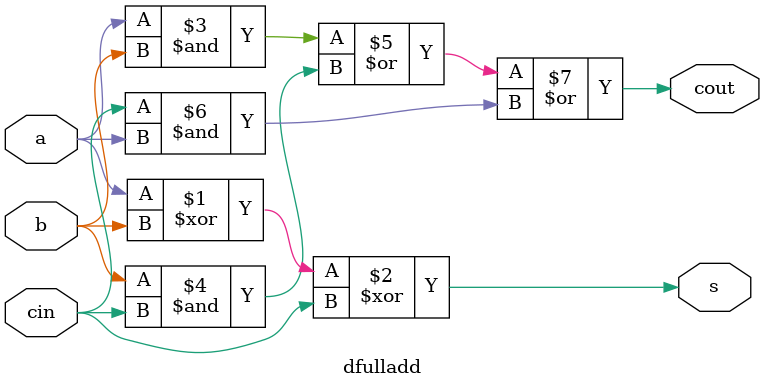
<source format=v>
`timescale 1ns / 1ps
module dfulladd(
    input a,
    input b,
    input cin,
    output s,
    output cout
    );
	 assign s=(a^b)^cin;
	 assign cout=(a&b)|(b&cin)|(cin&a);


endmodule

</source>
